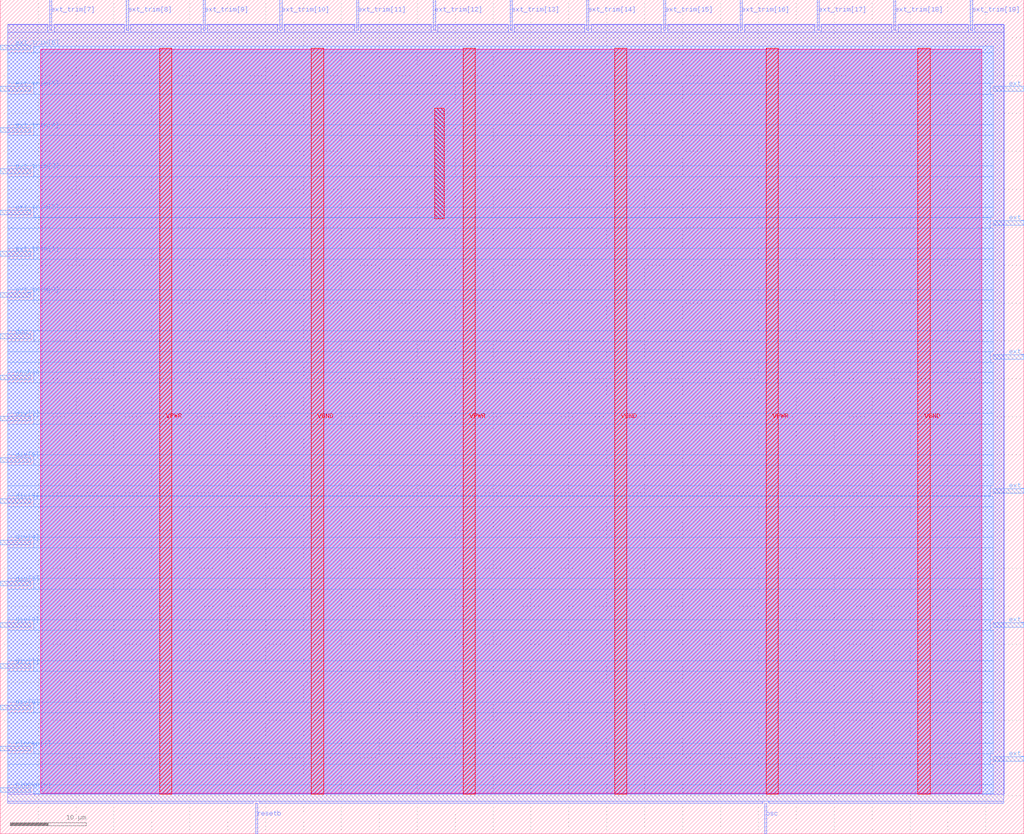
<source format=lef>
VERSION 5.7 ;
  NOWIREEXTENSIONATPIN ON ;
  DIVIDERCHAR "/" ;
  BUSBITCHARS "[]" ;
MACRO dll
  CLASS BLOCK ;
  FOREIGN dll ;
  ORIGIN 0.000 0.000 ;
  SIZE 135.000 BY 110.000 ;
  PIN VGND
    DIRECTION INOUT ;
    USE GROUND ;
    PORT
      LAYER met4 ;
        RECT 41.040 5.200 42.640 103.600 ;
    END
    PORT
      LAYER met4 ;
        RECT 81.040 5.200 82.640 103.600 ;
    END
    PORT
      LAYER met4 ;
        RECT 121.040 5.200 122.640 103.600 ;
    END
  END VGND
  PIN VPWR
    DIRECTION INOUT ;
    USE POWER ;
    PORT
      LAYER met4 ;
        RECT 21.040 5.200 22.640 103.600 ;
    END
    PORT
      LAYER met4 ;
        RECT 61.040 5.200 62.640 103.600 ;
    END
    PORT
      LAYER met4 ;
        RECT 101.040 5.200 102.640 103.600 ;
    END
  END VPWR
  PIN clockp[0]
    DIRECTION OUTPUT ;
    USE SIGNAL ;
    ANTENNADIFFAREA 3.180800 ;
    PORT
      LAYER met3 ;
        RECT 0.000 5.480 4.000 6.080 ;
    END
  END clockp[0]
  PIN clockp[1]
    DIRECTION OUTPUT ;
    USE SIGNAL ;
    ANTENNADIFFAREA 0.891000 ;
    PORT
      LAYER met3 ;
        RECT 0.000 10.920 4.000 11.520 ;
    END
  END clockp[1]
  PIN dco
    DIRECTION INPUT ;
    USE SIGNAL ;
    ANTENNAGATEAREA 0.393000 ;
    PORT
      LAYER met3 ;
        RECT 0.000 65.320 4.000 65.920 ;
    END
  END dco
  PIN div[0]
    DIRECTION INPUT ;
    USE SIGNAL ;
    ANTENNAGATEAREA 0.373500 ;
    PORT
      LAYER met3 ;
        RECT 0.000 16.360 4.000 16.960 ;
    END
  END div[0]
  PIN div[1]
    DIRECTION INPUT ;
    USE SIGNAL ;
    ANTENNAGATEAREA 0.252000 ;
    PORT
      LAYER met3 ;
        RECT 0.000 21.800 4.000 22.400 ;
    END
  END div[1]
  PIN div[2]
    DIRECTION INPUT ;
    USE SIGNAL ;
    ANTENNAGATEAREA 0.621000 ;
    PORT
      LAYER met3 ;
        RECT 0.000 27.240 4.000 27.840 ;
    END
  END div[2]
  PIN div[3]
    DIRECTION INPUT ;
    USE SIGNAL ;
    ANTENNAGATEAREA 0.621000 ;
    PORT
      LAYER met3 ;
        RECT 0.000 32.680 4.000 33.280 ;
    END
  END div[3]
  PIN div[4]
    DIRECTION INPUT ;
    USE SIGNAL ;
    ANTENNAGATEAREA 0.495000 ;
    PORT
      LAYER met3 ;
        RECT 0.000 38.120 4.000 38.720 ;
    END
  END div[4]
  PIN div[5]
    DIRECTION INPUT ;
    USE SIGNAL ;
    ANTENNAGATEAREA 0.495000 ;
    PORT
      LAYER met3 ;
        RECT 0.000 43.560 4.000 44.160 ;
    END
  END div[5]
  PIN div[6]
    DIRECTION INPUT ;
    USE SIGNAL ;
    ANTENNAGATEAREA 0.373500 ;
    PORT
      LAYER met3 ;
        RECT 0.000 49.000 4.000 49.600 ;
    END
  END div[6]
  PIN div[7]
    DIRECTION INPUT ;
    USE SIGNAL ;
    ANTENNAGATEAREA 0.499500 ;
    PORT
      LAYER met3 ;
        RECT 0.000 54.440 4.000 55.040 ;
    END
  END div[7]
  PIN enable
    DIRECTION INPUT ;
    USE SIGNAL ;
    ANTENNAGATEAREA 0.682200 ;
    ANTENNADIFFAREA 0.434700 ;
    PORT
      LAYER met3 ;
        RECT 0.000 59.880 4.000 60.480 ;
    END
  END enable
  PIN ext_trim[0]
    DIRECTION INPUT ;
    USE SIGNAL ;
    ANTENNAGATEAREA 0.560700 ;
    ANTENNADIFFAREA 0.434700 ;
    PORT
      LAYER met3 ;
        RECT 0.000 70.760 4.000 71.360 ;
    END
  END ext_trim[0]
  PIN ext_trim[10]
    DIRECTION INPUT ;
    USE SIGNAL ;
    ANTENNAGATEAREA 0.247500 ;
    PORT
      LAYER met2 ;
        RECT 36.890 106.000 37.170 110.000 ;
    END
  END ext_trim[10]
  PIN ext_trim[11]
    DIRECTION INPUT ;
    USE SIGNAL ;
    ANTENNAGATEAREA 0.247500 ;
    PORT
      LAYER met2 ;
        RECT 47.010 106.000 47.290 110.000 ;
    END
  END ext_trim[11]
  PIN ext_trim[12]
    DIRECTION INPUT ;
    USE SIGNAL ;
    ANTENNAGATEAREA 0.247500 ;
    PORT
      LAYER met2 ;
        RECT 57.130 106.000 57.410 110.000 ;
    END
  END ext_trim[12]
  PIN ext_trim[13]
    DIRECTION INPUT ;
    USE SIGNAL ;
    ANTENNAGATEAREA 0.247500 ;
    PORT
      LAYER met2 ;
        RECT 67.250 106.000 67.530 110.000 ;
    END
  END ext_trim[13]
  PIN ext_trim[14]
    DIRECTION INPUT ;
    USE SIGNAL ;
    ANTENNAGATEAREA 0.247500 ;
    PORT
      LAYER met2 ;
        RECT 77.370 106.000 77.650 110.000 ;
    END
  END ext_trim[14]
  PIN ext_trim[15]
    DIRECTION INPUT ;
    USE SIGNAL ;
    ANTENNAGATEAREA 0.247500 ;
    PORT
      LAYER met2 ;
        RECT 87.490 106.000 87.770 110.000 ;
    END
  END ext_trim[15]
  PIN ext_trim[16]
    DIRECTION INPUT ;
    USE SIGNAL ;
    ANTENNAGATEAREA 0.247500 ;
    PORT
      LAYER met2 ;
        RECT 97.610 106.000 97.890 110.000 ;
    END
  END ext_trim[16]
  PIN ext_trim[17]
    DIRECTION INPUT ;
    USE SIGNAL ;
    ANTENNAGATEAREA 0.247500 ;
    PORT
      LAYER met2 ;
        RECT 107.730 106.000 108.010 110.000 ;
    END
  END ext_trim[17]
  PIN ext_trim[18]
    DIRECTION INPUT ;
    USE SIGNAL ;
    ANTENNAGATEAREA 0.247500 ;
    PORT
      LAYER met2 ;
        RECT 117.850 106.000 118.130 110.000 ;
    END
  END ext_trim[18]
  PIN ext_trim[19]
    DIRECTION INPUT ;
    USE SIGNAL ;
    ANTENNAGATEAREA 0.247500 ;
    PORT
      LAYER met2 ;
        RECT 127.970 106.000 128.250 110.000 ;
    END
  END ext_trim[19]
  PIN ext_trim[1]
    DIRECTION INPUT ;
    USE SIGNAL ;
    ANTENNAGATEAREA 0.247500 ;
    PORT
      LAYER met3 ;
        RECT 0.000 76.200 4.000 76.800 ;
    END
  END ext_trim[1]
  PIN ext_trim[20]
    DIRECTION INPUT ;
    USE SIGNAL ;
    ANTENNAGATEAREA 0.247500 ;
    PORT
      LAYER met3 ;
        RECT 131.000 97.960 135.000 98.560 ;
    END
  END ext_trim[20]
  PIN ext_trim[21]
    DIRECTION INPUT ;
    USE SIGNAL ;
    ANTENNAGATEAREA 0.682200 ;
    ANTENNADIFFAREA 0.434700 ;
    PORT
      LAYER met3 ;
        RECT 131.000 80.280 135.000 80.880 ;
    END
  END ext_trim[21]
  PIN ext_trim[22]
    DIRECTION INPUT ;
    USE SIGNAL ;
    ANTENNAGATEAREA 0.682200 ;
    ANTENNADIFFAREA 0.434700 ;
    PORT
      LAYER met3 ;
        RECT 131.000 62.600 135.000 63.200 ;
    END
  END ext_trim[22]
  PIN ext_trim[23]
    DIRECTION INPUT ;
    USE SIGNAL ;
    ANTENNAGATEAREA 0.247500 ;
    PORT
      LAYER met3 ;
        RECT 131.000 44.920 135.000 45.520 ;
    END
  END ext_trim[23]
  PIN ext_trim[24]
    DIRECTION INPUT ;
    USE SIGNAL ;
    ANTENNAGATEAREA 0.682200 ;
    ANTENNADIFFAREA 0.434700 ;
    PORT
      LAYER met3 ;
        RECT 131.000 27.240 135.000 27.840 ;
    END
  END ext_trim[24]
  PIN ext_trim[25]
    DIRECTION INPUT ;
    USE SIGNAL ;
    ANTENNAGATEAREA 0.682200 ;
    ANTENNADIFFAREA 0.434700 ;
    PORT
      LAYER met3 ;
        RECT 131.000 9.560 135.000 10.160 ;
    END
  END ext_trim[25]
  PIN ext_trim[2]
    DIRECTION INPUT ;
    USE SIGNAL ;
    ANTENNAGATEAREA 0.247500 ;
    PORT
      LAYER met3 ;
        RECT 0.000 81.640 4.000 82.240 ;
    END
  END ext_trim[2]
  PIN ext_trim[3]
    DIRECTION INPUT ;
    USE SIGNAL ;
    ANTENNAGATEAREA 0.247500 ;
    PORT
      LAYER met3 ;
        RECT 0.000 87.080 4.000 87.680 ;
    END
  END ext_trim[3]
  PIN ext_trim[4]
    DIRECTION INPUT ;
    USE SIGNAL ;
    ANTENNAGATEAREA 0.247500 ;
    PORT
      LAYER met3 ;
        RECT 0.000 92.520 4.000 93.120 ;
    END
  END ext_trim[4]
  PIN ext_trim[5]
    DIRECTION INPUT ;
    USE SIGNAL ;
    ANTENNAGATEAREA 0.247500 ;
    PORT
      LAYER met3 ;
        RECT 0.000 97.960 4.000 98.560 ;
    END
  END ext_trim[5]
  PIN ext_trim[6]
    DIRECTION INPUT ;
    USE SIGNAL ;
    ANTENNAGATEAREA 0.560700 ;
    ANTENNADIFFAREA 0.434700 ;
    PORT
      LAYER met3 ;
        RECT 0.000 103.400 4.000 104.000 ;
    END
  END ext_trim[6]
  PIN ext_trim[7]
    DIRECTION INPUT ;
    USE SIGNAL ;
    ANTENNAGATEAREA 0.247500 ;
    PORT
      LAYER met2 ;
        RECT 6.530 106.000 6.810 110.000 ;
    END
  END ext_trim[7]
  PIN ext_trim[8]
    DIRECTION INPUT ;
    USE SIGNAL ;
    ANTENNAGATEAREA 0.247500 ;
    PORT
      LAYER met2 ;
        RECT 16.650 106.000 16.930 110.000 ;
    END
  END ext_trim[8]
  PIN ext_trim[9]
    DIRECTION INPUT ;
    USE SIGNAL ;
    ANTENNAGATEAREA 0.247500 ;
    PORT
      LAYER met2 ;
        RECT 26.770 106.000 27.050 110.000 ;
    END
  END ext_trim[9]
  PIN osc
    DIRECTION INPUT ;
    USE SIGNAL ;
    ANTENNAGATEAREA 0.126000 ;
    PORT
      LAYER met2 ;
        RECT 100.830 0.000 101.110 4.000 ;
    END
  END osc
  PIN resetb
    DIRECTION INPUT ;
    USE SIGNAL ;
    ANTENNAGATEAREA 0.247500 ;
    PORT
      LAYER met2 ;
        RECT 33.670 0.000 33.950 4.000 ;
    END
  END resetb
  OBS
      LAYER nwell ;
        RECT 5.330 5.355 129.450 103.445 ;
      LAYER li1 ;
        RECT 5.520 5.355 129.260 103.445 ;
      LAYER met1 ;
        RECT 0.990 5.200 132.410 106.720 ;
      LAYER met2 ;
        RECT 1.010 105.720 6.250 106.750 ;
        RECT 7.090 105.720 16.370 106.750 ;
        RECT 17.210 105.720 26.490 106.750 ;
        RECT 27.330 105.720 36.610 106.750 ;
        RECT 37.450 105.720 46.730 106.750 ;
        RECT 47.570 105.720 56.850 106.750 ;
        RECT 57.690 105.720 66.970 106.750 ;
        RECT 67.810 105.720 77.090 106.750 ;
        RECT 77.930 105.720 87.210 106.750 ;
        RECT 88.050 105.720 97.330 106.750 ;
        RECT 98.170 105.720 107.450 106.750 ;
        RECT 108.290 105.720 117.570 106.750 ;
        RECT 118.410 105.720 127.690 106.750 ;
        RECT 128.530 105.720 132.380 106.750 ;
        RECT 1.010 4.280 132.380 105.720 ;
        RECT 1.010 4.000 33.390 4.280 ;
        RECT 34.230 4.000 100.550 4.280 ;
        RECT 101.390 4.000 132.380 4.280 ;
      LAYER met3 ;
        RECT 4.400 103.000 131.000 103.865 ;
        RECT 0.985 98.960 131.000 103.000 ;
        RECT 4.400 97.560 130.600 98.960 ;
        RECT 0.985 93.520 131.000 97.560 ;
        RECT 4.400 92.120 131.000 93.520 ;
        RECT 0.985 88.080 131.000 92.120 ;
        RECT 4.400 86.680 131.000 88.080 ;
        RECT 0.985 82.640 131.000 86.680 ;
        RECT 4.400 81.280 131.000 82.640 ;
        RECT 4.400 81.240 130.600 81.280 ;
        RECT 0.985 79.880 130.600 81.240 ;
        RECT 0.985 77.200 131.000 79.880 ;
        RECT 4.400 75.800 131.000 77.200 ;
        RECT 0.985 71.760 131.000 75.800 ;
        RECT 4.400 70.360 131.000 71.760 ;
        RECT 0.985 66.320 131.000 70.360 ;
        RECT 4.400 64.920 131.000 66.320 ;
        RECT 0.985 63.600 131.000 64.920 ;
        RECT 0.985 62.200 130.600 63.600 ;
        RECT 0.985 60.880 131.000 62.200 ;
        RECT 4.400 59.480 131.000 60.880 ;
        RECT 0.985 55.440 131.000 59.480 ;
        RECT 4.400 54.040 131.000 55.440 ;
        RECT 0.985 50.000 131.000 54.040 ;
        RECT 4.400 48.600 131.000 50.000 ;
        RECT 0.985 45.920 131.000 48.600 ;
        RECT 0.985 44.560 130.600 45.920 ;
        RECT 4.400 44.520 130.600 44.560 ;
        RECT 4.400 43.160 131.000 44.520 ;
        RECT 0.985 39.120 131.000 43.160 ;
        RECT 4.400 37.720 131.000 39.120 ;
        RECT 0.985 33.680 131.000 37.720 ;
        RECT 4.400 32.280 131.000 33.680 ;
        RECT 0.985 28.240 131.000 32.280 ;
        RECT 4.400 26.840 130.600 28.240 ;
        RECT 0.985 22.800 131.000 26.840 ;
        RECT 4.400 21.400 131.000 22.800 ;
        RECT 0.985 17.360 131.000 21.400 ;
        RECT 4.400 15.960 131.000 17.360 ;
        RECT 0.985 11.920 131.000 15.960 ;
        RECT 4.400 10.560 131.000 11.920 ;
        RECT 4.400 10.520 130.600 10.560 ;
        RECT 0.985 9.160 130.600 10.520 ;
        RECT 0.985 6.480 131.000 9.160 ;
        RECT 4.400 5.275 131.000 6.480 ;
      LAYER met4 ;
        RECT 57.335 81.095 58.585 95.705 ;
  END
END dll
END LIBRARY


</source>
